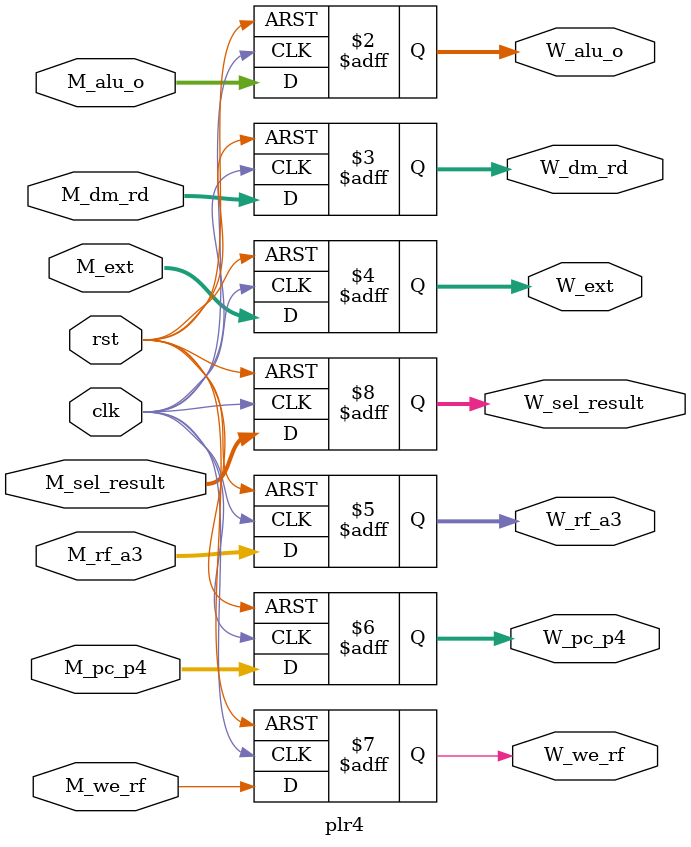
<source format=v>
module plr4 (
    input wire clk,
    input wire rst,
    
    // Data inputs from MA stage
    input wire [31:0] M_alu_o,      // ALU result
    input wire [31:0] M_dm_rd,      // Data memory read data
    input wire [31:0] M_ext,        // Extended immediate (for LUI)
    input wire [4:0] M_rf_a3,       // Destination register address
    input wire [31:0] M_pc_p4,      // PC + 4 (for JAL)
    
    // Control inputs from MA stage
    input wire M_we_rf,             // Register file write enable
    input wire [1:0] M_sel_result,  // Result select
    
    // Data outputs to WB stage
    output reg [31:0] W_alu_o,
    output reg [31:0] W_dm_rd,
    output reg [31:0] W_ext,        // Extended immediate (for LUI)
    output reg [4:0] W_rf_a3,
    output reg [31:0] W_pc_p4,
    
    // Control outputs to WB stage
    output reg W_we_rf,
    output reg [1:0] W_sel_result
);

always @(posedge clk or posedge rst) begin
    if (rst) begin
        // Reset - clear all outputs
        W_alu_o <= 32'b0;
        W_dm_rd <= 32'b0;
        W_ext <= 32'b0;
        W_rf_a3 <= 5'b0;
        W_pc_p4 <= 32'b0;
        W_we_rf <= 1'b0;
        W_sel_result <= 2'b0;
    end
    else begin
        // Normal operation - pipeline all signals
        W_alu_o <= M_alu_o;
        W_dm_rd <= M_dm_rd;
        W_ext <= M_ext;
        W_rf_a3 <= M_rf_a3;
        W_pc_p4 <= M_pc_p4;
        W_we_rf <= M_we_rf;
        W_sel_result <= M_sel_result;
    end
end

endmodule
</source>
